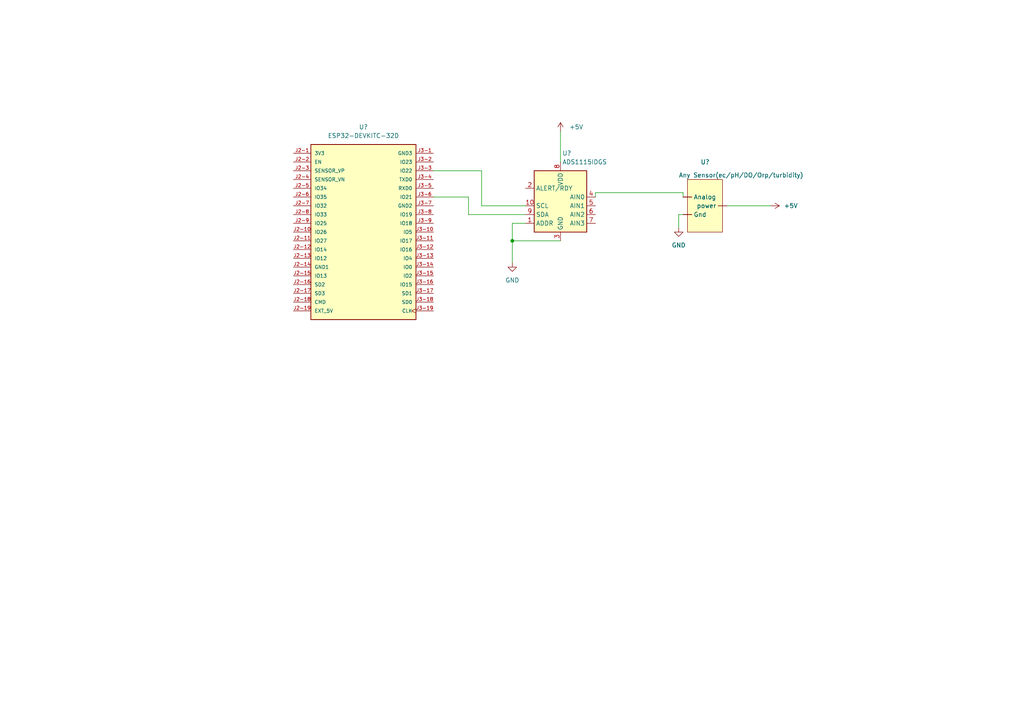
<source format=kicad_sch>
(kicad_sch (version 20211123) (generator eeschema)
  (paper "A4")
  (lib_symbols
    (symbol "Analog_ADC:ADS1115IDGS"
      (property "Reference" "U" (at 2.54 13.97 0))
      (property "Value" "ADS1115IDGS" (at 7.62 11.43 0))
      (symbol "ADS1115IDGS_0_1"
        (rectangle (start -7.62 10.16) (end 7.62 -7.62) (stroke (width 0.254)) (fill (type background)))
      )
      (symbol "ADS1115IDGS_1_1"
        (pin input line (at 10.16 -5.08 180) (length 2.54) (name "ADDR") (number "1"))
        (pin input line (at 10.16 0 180) (length 2.54) (name "SCL") (number "10"))
        (pin output line (at 10.16 5.08 180) (length 2.54) (name "ALERT/RDY") (number "2"))
        (pin power_in line (at 0 -10.16 90) (length 2.54) (name "GND") (number "3"))
        (pin input line (at -10.16 2.54 0) (length 2.54) (name "AIN0") (number "4"))
        (pin input line (at -10.16 0 0) (length 2.54) (name "AIN1") (number "5"))
        (pin input line (at -10.16 -2.54 0) (length 2.54) (name "AIN2") (number "6"))
        (pin input line (at -10.16 -5.08 0) (length 2.54) (name "AIN3") (number "7"))
        (pin power_in line (at 0 12.7 270) (length 2.54) (name "VDD") (number "8"))
        (pin bidirectional line (at 10.16 -2.54 180) (length 2.54) (name "SDA") (number "9"))
      )
    )
    (symbol "ECmeter_k=10_3"
      (property "Reference" "U?" (at -1.27 12.7 0))
      (property "Value" "ECmeter_k=10_3" (at -7.62 8.89 0))
      (symbol "ECmeter_k=10_3_0_1"
        (rectangle (start -5.08 7.62) (end 5.08 -7.62) (fill (type background)))
      )
      (symbol "ECmeter_k=10_3_1_1"
        (pin output line (at -6.35 2.54 0) (length 2.54) (name "Analog") (number ""))
        (pin output line (at -6.35 -2.54 0) (length 2.54) (name "Gnd") (number ""))
        (pin input line (at 6.35 0 180) (length 2.54) (name "power") (number ""))
      )
    )
    (symbol "ESP32-DEVKITC-32D:ESP32-DEVKITC-32D" (pin_names (offset 1.016))
      (property "Reference" "U" (at -15.2572 26.0643 0))
      (property "Value" "ESP32-DEVKITC-32D" (at -15.2563 -27.9698 0))
      (symbol "ESP32-DEVKITC-32D_0_0"
        (rectangle (start -15.24 -25.4) (end 15.24 25.4) (stroke (width 0.254)) (fill (type background)))
        (pin power_in line (at -20.32 22.86 0) (length 5.08) (name "3V3") (number "J2-1"))
        (pin bidirectional line (at -20.32 0 0) (length 5.08) (name "IO26") (number "J2-10"))
        (pin bidirectional line (at -20.32 -2.54 0) (length 5.08) (name "IO27") (number "J2-11"))
        (pin bidirectional line (at -20.32 -5.08 0) (length 5.08) (name "IO14") (number "J2-12"))
        (pin bidirectional line (at -20.32 -7.62 0) (length 5.08) (name "IO12") (number "J2-13"))
        (pin power_in line (at -20.32 -10.16 0) (length 5.08) (name "GND1") (number "J2-14"))
        (pin bidirectional line (at -20.32 -12.7 0) (length 5.08) (name "IO13") (number "J2-15"))
        (pin bidirectional line (at -20.32 -15.24 0) (length 5.08) (name "SD2") (number "J2-16"))
        (pin bidirectional line (at -20.32 -17.78 0) (length 5.08) (name "SD3") (number "J2-17"))
        (pin bidirectional line (at -20.32 -20.32 0) (length 5.08) (name "CMD") (number "J2-18"))
        (pin power_in line (at -20.32 -22.86 0) (length 5.08) (name "EXT_5V") (number "J2-19"))
        (pin input line (at -20.32 20.32 0) (length 5.08) (name "EN") (number "J2-2"))
        (pin input line (at -20.32 17.78 0) (length 5.08) (name "SENSOR_VP") (number "J2-3"))
        (pin input line (at -20.32 15.24 0) (length 5.08) (name "SENSOR_VN") (number "J2-4"))
        (pin bidirectional line (at -20.32 12.7 0) (length 5.08) (name "IO34") (number "J2-5"))
        (pin bidirectional line (at -20.32 10.16 0) (length 5.08) (name "IO35") (number "J2-6"))
        (pin bidirectional line (at -20.32 7.62 0) (length 5.08) (name "IO32") (number "J2-7"))
        (pin bidirectional line (at -20.32 5.08 0) (length 5.08) (name "IO33") (number "J2-8"))
        (pin bidirectional line (at -20.32 2.54 0) (length 5.08) (name "IO25") (number "J2-9"))
        (pin power_in line (at 20.32 22.86 180) (length 5.08) (name "GND3") (number "J3-1"))
        (pin bidirectional line (at 20.32 0 180) (length 5.08) (name "IO5") (number "J3-10"))
        (pin bidirectional line (at 20.32 -2.54 180) (length 5.08) (name "IO17") (number "J3-11"))
        (pin bidirectional line (at 20.32 -5.08 180) (length 5.08) (name "IO16") (number "J3-12"))
        (pin bidirectional line (at 20.32 -7.62 180) (length 5.08) (name "IO4") (number "J3-13"))
        (pin bidirectional line (at 20.32 -10.16 180) (length 5.08) (name "IO0") (number "J3-14"))
        (pin bidirectional line (at 20.32 -12.7 180) (length 5.08) (name "IO2") (number "J3-15"))
        (pin bidirectional line (at 20.32 -15.24 180) (length 5.08) (name "IO15") (number "J3-16"))
        (pin bidirectional line (at 20.32 -17.78 180) (length 5.08) (name "SD1") (number "J3-17"))
        (pin bidirectional line (at 20.32 -20.32 180) (length 5.08) (name "SD0") (number "J3-18"))
        (pin input clock (at 20.32 -22.86 180) (length 5.08) (name "CLK") (number "J3-19"))
        (pin bidirectional line (at 20.32 20.32 180) (length 5.08) (name "IO23") (number "J3-2"))
        (pin bidirectional line (at 20.32 17.78 180) (length 5.08) (name "IO22") (number "J3-3"))
        (pin output line (at 20.32 15.24 180) (length 5.08) (name "TXD0") (number "J3-4"))
        (pin input line (at 20.32 12.7 180) (length 5.08) (name "RXD0") (number "J3-5"))
        (pin bidirectional line (at 20.32 10.16 180) (length 5.08) (name "IO21") (number "J3-6"))
        (pin power_in line (at 20.32 7.62 180) (length 5.08) (name "GND2") (number "J3-7"))
        (pin bidirectional line (at 20.32 5.08 180) (length 5.08) (name "IO19") (number "J3-8"))
        (pin bidirectional line (at 20.32 2.54 180) (length 5.08) (name "IO18") (number "J3-9"))
      )
    )
    (symbol "power:+5V" (power) (pin_names (offset 0))
      (property "Value" "+5V" (at 0 3.556 0))
      (symbol "+5V_0_1"
        (polyline (pts (xy -0.762 1.27) (xy 0 2.54)))
        (polyline (pts (xy 0 0) (xy 0 2.54)))
        (polyline (pts (xy 0 2.54) (xy 0.762 1.27)))
      )
      (symbol "+5V_1_1"
        (pin power_in line (at 0 0 90) (length 0) hide (name "+5V") (number "1"))
      )
    )
    (symbol "power:GND" (power) (pin_names (offset 0))
      (property "Value" "GND" (at 0 -3.81 0))
      (symbol "GND_0_1"
        (polyline (pts (xy 0 0) (xy 0 -1.27) (xy 1.27 -1.27) (xy 0 -2.54) (xy -1.27 -1.27) (xy 0 -1.27)))
      )
      (symbol "GND_1_1"
        (pin power_in line (at 0 0 270) (length 0) hide (name "GND") (number "1"))
      )
    )
  )
  (junction (at 148.59 69.85))
  (wire (pts (xy 148.59 64.77) (xy 148.59 69.85)))
  (wire (pts (xy 198.12 55.88) (xy 198.12 57.15)))
  (wire (pts (xy 172.72 55.88) (xy 172.72 57.15)))
  (wire (pts (xy 152.4 64.77) (xy 148.59 64.77)))
  (wire (pts (xy 139.7 59.69) (xy 152.4 59.69)))
  (wire (pts (xy 210.82 59.69) (xy 223.52 59.69)))
  (wire (pts (xy 135.89 62.23) (xy 152.4 62.23)))
  (wire (pts (xy 125.73 57.15) (xy 135.89 57.15)))
  (wire (pts (xy 172.72 55.88) (xy 198.12 55.88)))
  (wire (pts (xy 196.85 62.23) (xy 196.85 66.04)))
  (wire (pts (xy 125.73 49.53) (xy 139.7 49.53)))
  (wire (pts (xy 148.59 69.85) (xy 148.59 76.2)))
  (wire (pts (xy 198.12 62.23) (xy 196.85 62.23)))
  (wire (pts (xy 148.59 69.85) (xy 162.56 69.85)))
  (wire (pts (xy 139.7 49.53) (xy 139.7 59.69)))
  (wire (pts (xy 135.89 57.15) (xy 135.89 62.23)))
  (wire (pts (xy 162.56 38.1) (xy 162.56 46.99)))
  (symbol (lib_id "Analog_ADC:ADS1115IDGS") (at 162.56 59.69 0) (mirror y) (unit 1)
    (property "Reference" "U?" (at 163.0806 44.45 0) (effects (justify right)))
    (property "Value" "ADS1115IDGS" (at 163.0806 46.99 0) (effects (justify right)))
    (property "Footprint" "Package_SO:TSSOP-10_3x3mm_P0.5mm" (effects hide))
    (property "Datasheet" "http://www.ti.com/lit/ds/symlink/ads1113.pdf" (effects hide))
  )
  (symbol (lib_id "power:GND") (at 148.59 76.2 0) (unit 1)
    (property "Reference" "#PWR?" (effects hide))
    (property "Value" "GND" (at 148.59 81.28 0))
  )
  (symbol (lib_name "ECmeter_k=10_3") (lib_id "CDAC_custom_library:ECmeter_k=10") (at 204.47 59.69 0) (unit 1)
    (property "Reference" "U?" (at 203.2 46.99 0) (effects (justify left)))
    (property "Value" "Any Sensor(ec/pH/DO/Orp/turbidity)" (at 196.85 50.8 0) (effects (justify left)))
  )
  (symbol (lib_id "power:+5V") (at 223.52 59.69 270) (unit 1)
    (property "Reference" "#PWR?" (effects hide))
    (property "Value" "+5V" (at 227.33 59.6899 90) (effects (justify left)))
  )
  (symbol (lib_id "power:GND") (at 196.85 66.04 0) (unit 1)
    (property "Reference" "#PWR?" (effects hide))
    (property "Value" "GND" (at 196.85 71.12 0))
  )
  (symbol (lib_id "ESP32-DEVKITC-32D:ESP32-DEVKITC-32D") (at 105.41 67.31 0) (unit 1)
    (property "Reference" "U?" (at 105.41 36.83 0))
    (property "Value" "ESP32-DEVKITC-32D" (at 105.41 39.37 0))
    (property "Footprint" "ESP32-DEVKITC-32D:MODULE_ESP32-DEVKITC-32D" (effects hide))
    (property "MF" "Espressif Systems" (effects hide))
    (property "MAXIMUM_PACKAGE_HEIGHT" "N/A" (effects hide))
    (property "Package" "None" (effects hide))
    (property "Price" "None" (effects hide))
    (property "Check_prices" "https://www.snapeda.com/parts/ESP32-DEVKITC-32D/Espressif+Systems/view-part/?ref=eda" (effects hide))
    (property "STANDARD" "Manufacturer Recommendations" (effects hide))
    (property "PARTREV" "V4" (effects hide))
    (property "SnapEDA_Link" "https://www.snapeda.com/parts/ESP32-DEVKITC-32D/Espressif+Systems/view-part/?ref=snap" (effects hide))
    (property "MP" "ESP32-DEVKITC-32D" (effects hide))
    (property "Description" "\nWiFi Development Tools (802.11) ESP32 General Development Kit, ESP32-WROOM-32D on the board\n" (effects hide))
    (property "MANUFACTURER" "Espressif Systems" (effects hide))
    (property "Availability" "In Stock" (effects hide))
    (property "SNAPEDA_PN" "ESP32-DEVKITC-32D" (effects hide))
  )
  (symbol (lib_id "power:+5V") (at 162.56 38.1 0) (unit 1)
    (property "Reference" "#PWR?" (effects hide))
    (property "Value" "+5V" (at 165.1 36.8299 0) (effects (justify left)))
  )
)
</source>
